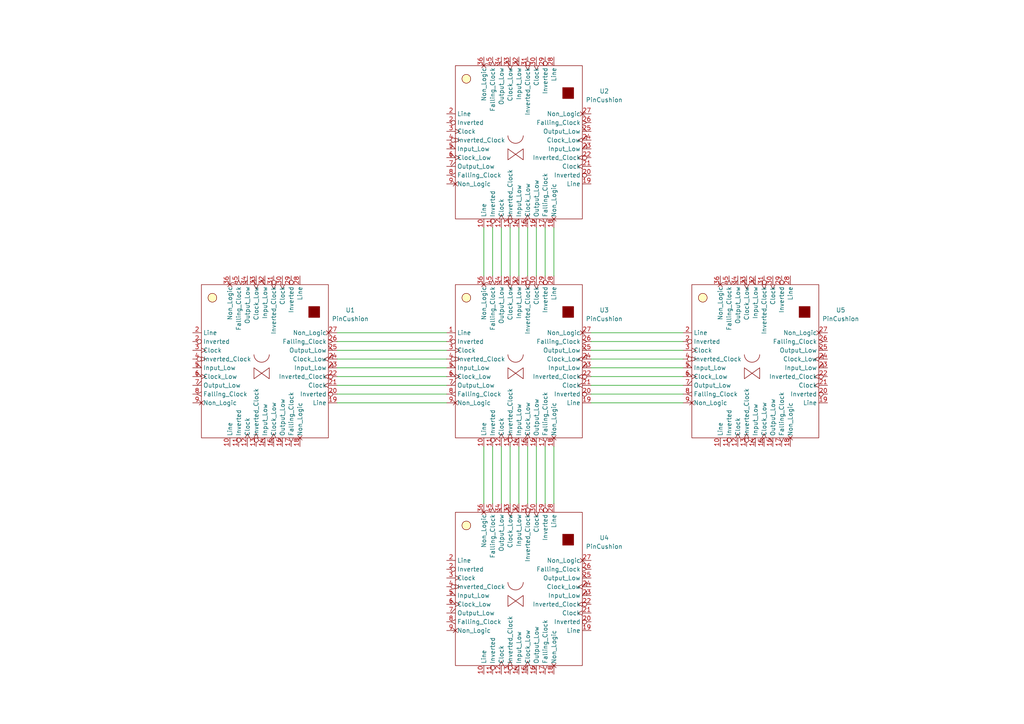
<source format=kicad_sch>
(kicad_sch (version 20211123) (generator eeschema)
  (paper "A4")
  (lib_symbols
    (symbol "PinCushion_1"
      (property "Reference" "U?" (at 22.86 23.495 0))
      (property "Value" "PinCushion_1" (at -18.415 -23.495 0))
      (symbol "PinCushion_1_0_1"
        (rectangle (start -12.7 21.59) (end 24.13 -22.86))
        (circle (center -9.525 17.78) (radius 1.27) (fill (type background)))
        (polyline (pts (xy 2.54 -2.54) (xy 6.985 -5.715) (xy 6.985 -2.54) (xy 2.54 -5.715) (xy 2.54 -2.54)))
        (arc (start 2.54 1.27) (mid 4.7625 -0.9893) (end 6.985 1.27))
        (rectangle (start 18.415 15.24) (end 21.59 12.065) (fill (type outline)))
      )
      (symbol "PinCushion_1_1_1"
        (pin bidirectional line (at -4.445 -25.4 90) (length 2.54) (name "Line") (number "10"))
        (pin bidirectional inverted (at -1.905 -25.4 90) (length 2.54) (name "Inverted") (number "11"))
        (pin bidirectional clock (at 0.635 -25.4 90) (length 2.54) (name "Clock") (number "12"))
        (pin bidirectional inverted_clock (at 3.175 -25.4 90) (length 2.54) (name "Inverted_Clock") (number "13"))
        (pin bidirectional input_low (at 5.715 -25.4 90) (length 2.54) (name "Input_Low") (number "14"))
        (pin bidirectional clock_low (at 8.255 -25.4 90) (length 2.54) (name "Clock_Low") (number "15"))
        (pin bidirectional output_low (at 10.795 -25.4 90) (length 2.54) (name "Output_Low") (number "16"))
        (pin bidirectional edge_clock_high (at 13.335 -25.4 90) (length 2.54) (name "Falling_Clock") (number "17"))
        (pin bidirectional non_logic (at 15.875 -25.4 90) (length 2.54) (name "Non_Logic") (number "18"))
        (pin bidirectional line (at 26.67 -12.7 180) (length 2.54) (name "Line") (number "19"))
        (pin bidirectional inverted (at -15.24 5.08 0) (length 2.54) (name "Inverted") (number "2"))
        (pin bidirectional line (at -15.24 7.62 0) (length 2.54) (name "Line") (number "1"))
        (pin bidirectional inverted (at 26.67 -10.16 180) (length 2.54) (name "Inverted") (number "20"))
        (pin bidirectional clock (at 26.67 -7.62 180) (length 2.54) (name "Clock") (number "21"))
        (pin bidirectional inverted_clock (at 26.67 -5.08 180) (length 2.54) (name "Inverted_Clock") (number "22"))
        (pin bidirectional input_low (at 26.67 -2.54 180) (length 2.54) (name "Input_Low") (number "23"))
        (pin bidirectional clock_low (at 26.67 0 180) (length 2.54) (name "Clock_Low") (number "24"))
        (pin bidirectional output_low (at 26.67 2.54 180) (length 2.54) (name "Output_Low") (number "25"))
        (pin bidirectional edge_clock_high (at 26.67 5.08 180) (length 2.54) (name "Falling_Clock") (number "26"))
        (pin bidirectional non_logic (at 26.67 7.62 180) (length 2.54) (name "Non_Logic") (number "27"))
        (pin bidirectional line (at 15.875 24.13 270) (length 2.54) (name "Line") (number "28"))
        (pin bidirectional inverted (at 13.335 24.13 270) (length 2.54) (name "Inverted") (number "29"))
        (pin bidirectional clock (at -15.24 2.54 0) (length 2.54) (name "Clock") (number "3"))
        (pin bidirectional clock (at 10.795 24.13 270) (length 2.54) (name "Clock") (number "30"))
        (pin bidirectional inverted_clock (at 8.255 24.13 270) (length 2.54) (name "Inverted_Clock") (number "31"))
        (pin bidirectional input_low (at 5.715 24.13 270) (length 2.54) (name "Input_Low") (number "32"))
        (pin bidirectional clock_low (at 3.175 24.13 270) (length 2.54) (name "Clock_Low") (number "33"))
        (pin bidirectional output_low (at 0.635 24.13 270) (length 2.54) (name "Output_Low") (number "34"))
        (pin bidirectional non_logic (at -4.445 24.13 270) (length 2.54) (name "Non_Logic") (number "36"))
        (pin bidirectional inverted_clock (at -15.24 0 0) (length 2.54) (name "Inverted_Clock") (number "4"))
        (pin bidirectional edge_clock_high (at -1.905 24.13 270) (length 2.54) (name "Falling_Clock") (number "45"))
        (pin bidirectional input_low (at -15.24 -2.54 0) (length 2.54) (name "Input_Low") (number "5"))
        (pin bidirectional clock_low (at -15.24 -5.08 0) (length 2.54) (name "Clock_Low") (number "6"))
        (pin bidirectional output_low (at -15.24 -7.62 0) (length 2.54) (name "Output_Low") (number "7"))
        (pin bidirectional edge_clock_high (at -15.24 -10.16 0) (length 2.54) (name "Falling_Clock") (number "8"))
        (pin bidirectional non_logic (at -15.24 -12.7 0) (length 2.54) (name "Non_Logic") (number "9"))
      )
    )
    (symbol "PinCushion_2"
      (property "Reference" "U?" (at 22.86 23.495 0))
      (property "Value" "PinCushion_2" (at -18.415 -23.495 0))
      (symbol "PinCushion_2_0_1"
        (rectangle (start -12.7 21.59) (end 24.13 -22.86))
        (circle (center -9.525 17.78) (radius 1.27) (fill (type background)))
        (polyline (pts (xy 2.54 -2.54) (xy 6.985 -5.715) (xy 6.985 -2.54) (xy 2.54 -5.715) (xy 2.54 -2.54)))
        (arc (start 2.54 1.27) (mid 4.7625 -0.9893) (end 6.985 1.27))
        (rectangle (start 18.415 15.24) (end 21.59 12.065) (fill (type outline)))
      )
      (symbol "PinCushion_2_1_1"
        (pin bidirectional line (at -4.445 -25.4 90) (length 2.54) (name "Line") (number "10"))
        (pin bidirectional inverted (at -1.905 -25.4 90) (length 2.54) (name "Inverted") (number "11"))
        (pin bidirectional clock (at 0.635 -25.4 90) (length 2.54) (name "Clock") (number "12"))
        (pin bidirectional inverted_clock (at 3.175 -25.4 90) (length 2.54) (name "Inverted_Clock") (number "13"))
        (pin bidirectional input_low (at 5.715 -25.4 90) (length 2.54) (name "Input_Low") (number "14"))
        (pin bidirectional clock_low (at 8.255 -25.4 90) (length 2.54) (name "Clock_Low") (number "15"))
        (pin bidirectional output_low (at 10.795 -25.4 90) (length 2.54) (name "Output_Low") (number "16"))
        (pin bidirectional edge_clock_high (at 13.335 -25.4 90) (length 2.54) (name "Falling_Clock") (number "17"))
        (pin bidirectional non_logic (at 15.875 -25.4 90) (length 2.54) (name "Non_Logic") (number "18"))
        (pin bidirectional line (at 26.67 -12.7 180) (length 2.54) (name "Line") (number "19"))
        (pin bidirectional inverted (at -15.24 5.08 0) (length 2.54) (name "Inverted") (number "2"))
        (pin bidirectional line (at -15.24 7.62 0) (length 2.54) (name "Line") (number "2"))
        (pin bidirectional inverted (at 26.67 -10.16 180) (length 2.54) (name "Inverted") (number "20"))
        (pin bidirectional clock (at 26.67 -7.62 180) (length 2.54) (name "Clock") (number "21"))
        (pin bidirectional inverted_clock (at 26.67 -5.08 180) (length 2.54) (name "Inverted_Clock") (number "22"))
        (pin bidirectional input_low (at 26.67 -2.54 180) (length 2.54) (name "Input_Low") (number "23"))
        (pin bidirectional clock_low (at 26.67 0 180) (length 2.54) (name "Clock_Low") (number "24"))
        (pin bidirectional output_low (at 26.67 2.54 180) (length 2.54) (name "Output_Low") (number "25"))
        (pin bidirectional edge_clock_high (at 26.67 5.08 180) (length 2.54) (name "Falling_Clock") (number "26"))
        (pin bidirectional non_logic (at 26.67 7.62 180) (length 2.54) (name "Non_Logic") (number "27"))
        (pin bidirectional line (at 15.875 24.13 270) (length 2.54) (name "Line") (number "28"))
        (pin bidirectional inverted (at 13.335 24.13 270) (length 2.54) (name "Inverted") (number "29"))
        (pin bidirectional clock (at -15.24 2.54 0) (length 2.54) (name "Clock") (number "3"))
        (pin bidirectional clock (at 10.795 24.13 270) (length 2.54) (name "Clock") (number "30"))
        (pin bidirectional inverted_clock (at 8.255 24.13 270) (length 2.54) (name "Inverted_Clock") (number "31"))
        (pin bidirectional input_low (at 5.715 24.13 270) (length 2.54) (name "Input_Low") (number "32"))
        (pin bidirectional clock_low (at 3.175 24.13 270) (length 2.54) (name "Clock_Low") (number "33"))
        (pin bidirectional output_low (at 0.635 24.13 270) (length 2.54) (name "Output_Low") (number "34"))
        (pin bidirectional non_logic (at -4.445 24.13 270) (length 2.54) (name "Non_Logic") (number "36"))
        (pin bidirectional inverted_clock (at -15.24 0 0) (length 2.54) (name "Inverted_Clock") (number "4"))
        (pin bidirectional edge_clock_high (at -1.905 24.13 270) (length 2.54) (name "Falling_Clock") (number "45"))
        (pin bidirectional input_low (at -15.24 -2.54 0) (length 2.54) (name "Input_Low") (number "5"))
        (pin bidirectional clock_low (at -15.24 -5.08 0) (length 2.54) (name "Clock_Low") (number "6"))
        (pin bidirectional output_low (at -15.24 -7.62 0) (length 2.54) (name "Output_Low") (number "7"))
        (pin bidirectional edge_clock_high (at -15.24 -10.16 0) (length 2.54) (name "Falling_Clock") (number "8"))
        (pin bidirectional non_logic (at -15.24 -12.7 0) (length 2.54) (name "Non_Logic") (number "9"))
      )
    )
    (symbol "PinCushion_3"
      (property "Reference" "U?" (at 22.86 23.495 0))
      (property "Value" "PinCushion_3" (at -18.415 -23.495 0))
      (symbol "PinCushion_3_0_1"
        (rectangle (start -12.7 21.59) (end 24.13 -22.86))
        (circle (center -9.525 17.78) (radius 1.27) (fill (type background)))
        (polyline (pts (xy 2.54 -2.54) (xy 6.985 -5.715) (xy 6.985 -2.54) (xy 2.54 -5.715) (xy 2.54 -2.54)))
        (arc (start 2.54 1.27) (mid 4.7625 -0.9893) (end 6.985 1.27))
        (rectangle (start 18.415 15.24) (end 21.59 12.065) (fill (type outline)))
      )
      (symbol "PinCushion_3_1_1"
        (pin bidirectional line (at -4.445 -25.4 90) (length 2.54) (name "Line") (number "10"))
        (pin bidirectional inverted (at -1.905 -25.4 90) (length 2.54) (name "Inverted") (number "11"))
        (pin bidirectional clock (at 0.635 -25.4 90) (length 2.54) (name "Clock") (number "12"))
        (pin bidirectional inverted_clock (at 3.175 -25.4 90) (length 2.54) (name "Inverted_Clock") (number "13"))
        (pin bidirectional input_low (at 5.715 -25.4 90) (length 2.54) (name "Input_Low") (number "14"))
        (pin bidirectional clock_low (at 8.255 -25.4 90) (length 2.54) (name "Clock_Low") (number "15"))
        (pin bidirectional output_low (at 10.795 -25.4 90) (length 2.54) (name "Output_Low") (number "16"))
        (pin bidirectional edge_clock_high (at 13.335 -25.4 90) (length 2.54) (name "Falling_Clock") (number "17"))
        (pin bidirectional non_logic (at 15.875 -25.4 90) (length 2.54) (name "Non_Logic") (number "18"))
        (pin bidirectional line (at 26.67 -12.7 180) (length 2.54) (name "Line") (number "19"))
        (pin bidirectional inverted (at -15.24 5.08 0) (length 2.54) (name "Inverted") (number "2"))
        (pin bidirectional line (at -15.24 7.62 0) (length 2.54) (name "Line") (number "2"))
        (pin bidirectional inverted (at 26.67 -10.16 180) (length 2.54) (name "Inverted") (number "20"))
        (pin bidirectional clock (at 26.67 -7.62 180) (length 2.54) (name "Clock") (number "21"))
        (pin bidirectional inverted_clock (at 26.67 -5.08 180) (length 2.54) (name "Inverted_Clock") (number "22"))
        (pin bidirectional input_low (at 26.67 -2.54 180) (length 2.54) (name "Input_Low") (number "23"))
        (pin bidirectional clock_low (at 26.67 0 180) (length 2.54) (name "Clock_Low") (number "24"))
        (pin bidirectional output_low (at 26.67 2.54 180) (length 2.54) (name "Output_Low") (number "25"))
        (pin bidirectional edge_clock_high (at 26.67 5.08 180) (length 2.54) (name "Falling_Clock") (number "26"))
        (pin bidirectional non_logic (at 26.67 7.62 180) (length 2.54) (name "Non_Logic") (number "27"))
        (pin bidirectional line (at 15.875 24.13 270) (length 2.54) (name "Line") (number "28"))
        (pin bidirectional inverted (at 13.335 24.13 270) (length 2.54) (name "Inverted") (number "29"))
        (pin bidirectional clock (at -15.24 2.54 0) (length 2.54) (name "Clock") (number "3"))
        (pin bidirectional clock (at 10.795 24.13 270) (length 2.54) (name "Clock") (number "30"))
        (pin bidirectional inverted_clock (at 8.255 24.13 270) (length 2.54) (name "Inverted_Clock") (number "31"))
        (pin bidirectional input_low (at 5.715 24.13 270) (length 2.54) (name "Input_Low") (number "32"))
        (pin bidirectional clock_low (at 3.175 24.13 270) (length 2.54) (name "Clock_Low") (number "33"))
        (pin bidirectional output_low (at 0.635 24.13 270) (length 2.54) (name "Output_Low") (number "34"))
        (pin bidirectional non_logic (at -4.445 24.13 270) (length 2.54) (name "Non_Logic") (number "36"))
        (pin bidirectional inverted_clock (at -15.24 0 0) (length 2.54) (name "Inverted_Clock") (number "4"))
        (pin bidirectional edge_clock_high (at -1.905 24.13 270) (length 2.54) (name "Falling_Clock") (number "45"))
        (pin bidirectional input_low (at -15.24 -2.54 0) (length 2.54) (name "Input_Low") (number "5"))
        (pin bidirectional clock_low (at -15.24 -5.08 0) (length 2.54) (name "Clock_Low") (number "6"))
        (pin bidirectional output_low (at -15.24 -7.62 0) (length 2.54) (name "Output_Low") (number "7"))
        (pin bidirectional edge_clock_high (at -15.24 -10.16 0) (length 2.54) (name "Falling_Clock") (number "8"))
        (pin bidirectional non_logic (at -15.24 -12.7 0) (length 2.54) (name "Non_Logic") (number "9"))
      )
    )
    (symbol "PinCushion_4"
      (property "Reference" "U?" (at 22.86 23.495 0))
      (property "Value" "PinCushion_4" (at -18.415 -23.495 0))
      (symbol "PinCushion_4_0_1"
        (rectangle (start -12.7 21.59) (end 24.13 -22.86))
        (circle (center -9.525 17.78) (radius 1.27) (fill (type background)))
        (polyline (pts (xy 2.54 -2.54) (xy 6.985 -5.715) (xy 6.985 -2.54) (xy 2.54 -5.715) (xy 2.54 -2.54)))
        (arc (start 2.54 1.27) (mid 4.7625 -0.9893) (end 6.985 1.27))
        (rectangle (start 18.415 15.24) (end 21.59 12.065) (fill (type outline)))
      )
      (symbol "PinCushion_4_1_1"
        (pin bidirectional line (at -4.445 -25.4 90) (length 2.54) (name "Line") (number "10"))
        (pin bidirectional inverted (at -1.905 -25.4 90) (length 2.54) (name "Inverted") (number "11"))
        (pin bidirectional clock (at 0.635 -25.4 90) (length 2.54) (name "Clock") (number "12"))
        (pin bidirectional inverted_clock (at 3.175 -25.4 90) (length 2.54) (name "Inverted_Clock") (number "13"))
        (pin bidirectional input_low (at 5.715 -25.4 90) (length 2.54) (name "Input_Low") (number "14"))
        (pin bidirectional clock_low (at 8.255 -25.4 90) (length 2.54) (name "Clock_Low") (number "15"))
        (pin bidirectional output_low (at 10.795 -25.4 90) (length 2.54) (name "Output_Low") (number "16"))
        (pin bidirectional edge_clock_high (at 13.335 -25.4 90) (length 2.54) (name "Falling_Clock") (number "17"))
        (pin bidirectional non_logic (at 15.875 -25.4 90) (length 2.54) (name "Non_Logic") (number "18"))
        (pin bidirectional line (at 26.67 -12.7 180) (length 2.54) (name "Line") (number "19"))
        (pin bidirectional inverted (at -15.24 5.08 0) (length 2.54) (name "Inverted") (number "2"))
        (pin bidirectional line (at -15.24 7.62 0) (length 2.54) (name "Line") (number "2"))
        (pin bidirectional inverted (at 26.67 -10.16 180) (length 2.54) (name "Inverted") (number "20"))
        (pin bidirectional clock (at 26.67 -7.62 180) (length 2.54) (name "Clock") (number "21"))
        (pin bidirectional inverted_clock (at 26.67 -5.08 180) (length 2.54) (name "Inverted_Clock") (number "22"))
        (pin bidirectional input_low (at 26.67 -2.54 180) (length 2.54) (name "Input_Low") (number "23"))
        (pin bidirectional clock_low (at 26.67 0 180) (length 2.54) (name "Clock_Low") (number "24"))
        (pin bidirectional output_low (at 26.67 2.54 180) (length 2.54) (name "Output_Low") (number "25"))
        (pin bidirectional edge_clock_high (at 26.67 5.08 180) (length 2.54) (name "Falling_Clock") (number "26"))
        (pin bidirectional non_logic (at 26.67 7.62 180) (length 2.54) (name "Non_Logic") (number "27"))
        (pin bidirectional line (at 15.875 24.13 270) (length 2.54) (name "Line") (number "28"))
        (pin bidirectional inverted (at 13.335 24.13 270) (length 2.54) (name "Inverted") (number "29"))
        (pin bidirectional clock (at -15.24 2.54 0) (length 2.54) (name "Clock") (number "3"))
        (pin bidirectional clock (at 10.795 24.13 270) (length 2.54) (name "Clock") (number "30"))
        (pin bidirectional inverted_clock (at 8.255 24.13 270) (length 2.54) (name "Inverted_Clock") (number "31"))
        (pin bidirectional input_low (at 5.715 24.13 270) (length 2.54) (name "Input_Low") (number "32"))
        (pin bidirectional clock_low (at 3.175 24.13 270) (length 2.54) (name "Clock_Low") (number "33"))
        (pin bidirectional output_low (at 0.635 24.13 270) (length 2.54) (name "Output_Low") (number "34"))
        (pin bidirectional non_logic (at -4.445 24.13 270) (length 2.54) (name "Non_Logic") (number "36"))
        (pin bidirectional inverted_clock (at -15.24 0 0) (length 2.54) (name "Inverted_Clock") (number "4"))
        (pin bidirectional edge_clock_high (at -1.905 24.13 270) (length 2.54) (name "Falling_Clock") (number "45"))
        (pin bidirectional input_low (at -15.24 -2.54 0) (length 2.54) (name "Input_Low") (number "5"))
        (pin bidirectional clock_low (at -15.24 -5.08 0) (length 2.54) (name "Clock_Low") (number "6"))
        (pin bidirectional output_low (at -15.24 -7.62 0) (length 2.54) (name "Output_Low") (number "7"))
        (pin bidirectional edge_clock_high (at -15.24 -10.16 0) (length 2.54) (name "Falling_Clock") (number "8"))
        (pin bidirectional non_logic (at -15.24 -12.7 0) (length 2.54) (name "Non_Logic") (number "9"))
      )
    )
    (symbol "symbols:PinCushion"
      (property "Reference" "U?" (at 22.86 23.495 0))
      (property "Value" "PinCushion" (at -18.415 -23.495 0))
      (symbol "PinCushion_0_1"
        (rectangle (start -12.7 21.59) (end 24.13 -22.86))
        (circle (center -9.525 17.78) (radius 1.27) (fill (type background)))
        (polyline (pts (xy 2.54 -2.54) (xy 6.985 -5.715) (xy 6.985 -2.54) (xy 2.54 -5.715) (xy 2.54 -2.54)))
        (arc (start 2.54 1.27) (mid 4.7625 -0.9893) (end 6.985 1.27))
        (rectangle (start 18.415 15.24) (end 21.59 12.065) (fill (type outline)))
      )
      (symbol "PinCushion_1_1"
        (pin bidirectional line (at -4.445 -25.4 90) (length 2.54) (name "Line") (number "10"))
        (pin bidirectional inverted (at -1.905 -25.4 90) (length 2.54) (name "Inverted") (number "11"))
        (pin bidirectional clock (at 0.635 -25.4 90) (length 2.54) (name "Clock") (number "12"))
        (pin bidirectional inverted_clock (at 3.175 -25.4 90) (length 2.54) (name "Inverted_Clock") (number "13"))
        (pin bidirectional input_low (at 5.715 -25.4 90) (length 2.54) (name "Input_Low") (number "14"))
        (pin bidirectional clock_low (at 8.255 -25.4 90) (length 2.54) (name "Clock_Low") (number "15"))
        (pin bidirectional output_low (at 10.795 -25.4 90) (length 2.54) (name "Output_Low") (number "16"))
        (pin bidirectional edge_clock_high (at 13.335 -25.4 90) (length 2.54) (name "Falling_Clock") (number "17"))
        (pin bidirectional non_logic (at 15.875 -25.4 90) (length 2.54) (name "Non_Logic") (number "18"))
        (pin bidirectional line (at 26.67 -12.7 180) (length 2.54) (name "Line") (number "19"))
        (pin bidirectional inverted (at -15.24 5.08 0) (length 2.54) (name "Inverted") (number "2"))
        (pin bidirectional line (at -15.24 7.62 0) (length 2.54) (name "Line") (number "2"))
        (pin bidirectional inverted (at 26.67 -10.16 180) (length 2.54) (name "Inverted") (number "20"))
        (pin bidirectional clock (at 26.67 -7.62 180) (length 2.54) (name "Clock") (number "21"))
        (pin bidirectional inverted_clock (at 26.67 -5.08 180) (length 2.54) (name "Inverted_Clock") (number "22"))
        (pin bidirectional input_low (at 26.67 -2.54 180) (length 2.54) (name "Input_Low") (number "23"))
        (pin bidirectional clock_low (at 26.67 0 180) (length 2.54) (name "Clock_Low") (number "24"))
        (pin bidirectional output_low (at 26.67 2.54 180) (length 2.54) (name "Output_Low") (number "25"))
        (pin bidirectional edge_clock_high (at 26.67 5.08 180) (length 2.54) (name "Falling_Clock") (number "26"))
        (pin bidirectional non_logic (at 26.67 7.62 180) (length 2.54) (name "Non_Logic") (number "27"))
        (pin bidirectional line (at 15.875 24.13 270) (length 2.54) (name "Line") (number "28"))
        (pin bidirectional inverted (at 13.335 24.13 270) (length 2.54) (name "Inverted") (number "29"))
        (pin bidirectional clock (at -15.24 2.54 0) (length 2.54) (name "Clock") (number "3"))
        (pin bidirectional clock (at 10.795 24.13 270) (length 2.54) (name "Clock") (number "30"))
        (pin bidirectional inverted_clock (at 8.255 24.13 270) (length 2.54) (name "Inverted_Clock") (number "31"))
        (pin bidirectional input_low (at 5.715 24.13 270) (length 2.54) (name "Input_Low") (number "32"))
        (pin bidirectional clock_low (at 3.175 24.13 270) (length 2.54) (name "Clock_Low") (number "33"))
        (pin bidirectional output_low (at 0.635 24.13 270) (length 2.54) (name "Output_Low") (number "34"))
        (pin bidirectional non_logic (at -4.445 24.13 270) (length 2.54) (name "Non_Logic") (number "36"))
        (pin bidirectional inverted_clock (at -15.24 0 0) (length 2.54) (name "Inverted_Clock") (number "4"))
        (pin bidirectional edge_clock_high (at -1.905 24.13 270) (length 2.54) (name "Falling_Clock") (number "45"))
        (pin bidirectional input_low (at -15.24 -2.54 0) (length 2.54) (name "Input_Low") (number "5"))
        (pin bidirectional clock_low (at -15.24 -5.08 0) (length 2.54) (name "Clock_Low") (number "6"))
        (pin bidirectional output_low (at -15.24 -7.62 0) (length 2.54) (name "Output_Low") (number "7"))
        (pin bidirectional edge_clock_high (at -15.24 -10.16 0) (length 2.54) (name "Falling_Clock") (number "8"))
        (pin bidirectional non_logic (at -15.24 -12.7 0) (length 2.54) (name "Non_Logic") (number "9"))
      )
    )
  )
  (wire (pts (xy 145.415 66.04) (xy 145.415 80.01)))
  (wire (pts (xy 142.875 129.54) (xy 142.875 146.05)))
  (wire (pts (xy 171.45 96.52) (xy 198.12 96.52)))
  (wire (pts (xy 171.45 111.76) (xy 198.12 111.76)))
  (wire (pts (xy 155.575 66.04) (xy 155.575 80.01)))
  (wire (pts (xy 97.79 106.68) (xy 129.54 106.68)))
  (wire (pts (xy 171.45 106.68) (xy 198.12 106.68)))
  (wire (pts (xy 145.415 129.54) (xy 145.415 146.05)))
  (wire (pts (xy 160.655 66.04) (xy 160.655 80.01)))
  (wire (pts (xy 142.875 66.04) (xy 142.875 80.01)))
  (wire (pts (xy 171.45 99.06) (xy 198.12 99.06)))
  (wire (pts (xy 171.45 114.3) (xy 198.12 114.3)))
  (wire (pts (xy 147.955 129.54) (xy 147.955 146.05)))
  (wire (pts (xy 97.79 114.3) (xy 129.54 114.3)))
  (wire (pts (xy 171.45 116.84) (xy 198.12 116.84)))
  (wire (pts (xy 97.79 116.84) (xy 129.54 116.84)))
  (wire (pts (xy 171.45 109.22) (xy 198.12 109.22)))
  (wire (pts (xy 140.335 129.54) (xy 140.335 146.05)))
  (wire (pts (xy 160.655 129.54) (xy 160.655 146.05)))
  (wire (pts (xy 97.79 99.06) (xy 129.54 99.06)))
  (wire (pts (xy 153.035 66.04) (xy 153.035 80.01)))
  (wire (pts (xy 158.115 66.04) (xy 158.115 80.01)))
  (wire (pts (xy 97.79 96.52) (xy 129.54 96.52)))
  (wire (pts (xy 155.575 129.54) (xy 155.575 146.05)))
  (wire (pts (xy 158.115 129.54) (xy 158.115 146.05)))
  (wire (pts (xy 153.035 129.54) (xy 153.035 146.05)))
  (wire (pts (xy 150.495 66.04) (xy 150.495 80.01)))
  (wire (pts (xy 140.335 66.04) (xy 140.335 80.01)))
  (wire (pts (xy 150.495 129.54) (xy 150.495 146.05)))
  (wire (pts (xy 97.79 109.22) (xy 129.54 109.22)))
  (wire (pts (xy 97.79 111.76) (xy 129.54 111.76)))
  (wire (pts (xy 147.955 66.04) (xy 147.955 80.01)))
  (wire (pts (xy 97.79 104.14) (xy 129.54 104.14)))
  (wire (pts (xy 97.79 101.6) (xy 129.54 101.6)))
  (wire (pts (xy 171.45 104.14) (xy 198.12 104.14)))
  (wire (pts (xy 171.45 101.6) (xy 198.12 101.6)))
  (symbol (lib_name "PinCushion_2") (lib_id "symbols:PinCushion") (at 144.78 40.64 0) (unit 1)
    (property "Reference" "U2" (at 175.26 26.4412 0))
    (property "Value" "PinCushion" (at 175.26 28.9812 0))
  )
  (symbol (lib_name "PinCushion_4") (lib_id "symbols:PinCushion") (at 71.12 104.14 0) (unit 1)
    (property "Reference" "U1" (at 101.6 89.9412 0))
    (property "Value" "PinCushion" (at 101.6 92.4812 0))
  )
  (symbol (lib_name "PinCushion_1") (lib_id "symbols:PinCushion") (at 144.78 104.14 0) (unit 1)
    (property "Reference" "U3" (at 175.26 89.9412 0))
    (property "Value" "PinCushion" (at 175.26 92.4812 0))
  )
  (symbol (lib_name "PinCushion_3") (lib_id "symbols:PinCushion") (at 213.36 104.14 0) (unit 1)
    (property "Reference" "U5" (at 243.84 89.9412 0))
    (property "Value" "PinCushion" (at 243.84 92.4812 0))
  )
  (symbol (lib_id "symbols:PinCushion") (at 144.78 170.18 0) (unit 1)
    (property "Reference" "U4" (at 175.26 155.9812 0))
    (property "Value" "PinCushion" (at 175.26 158.5212 0))
  )
)
</source>
